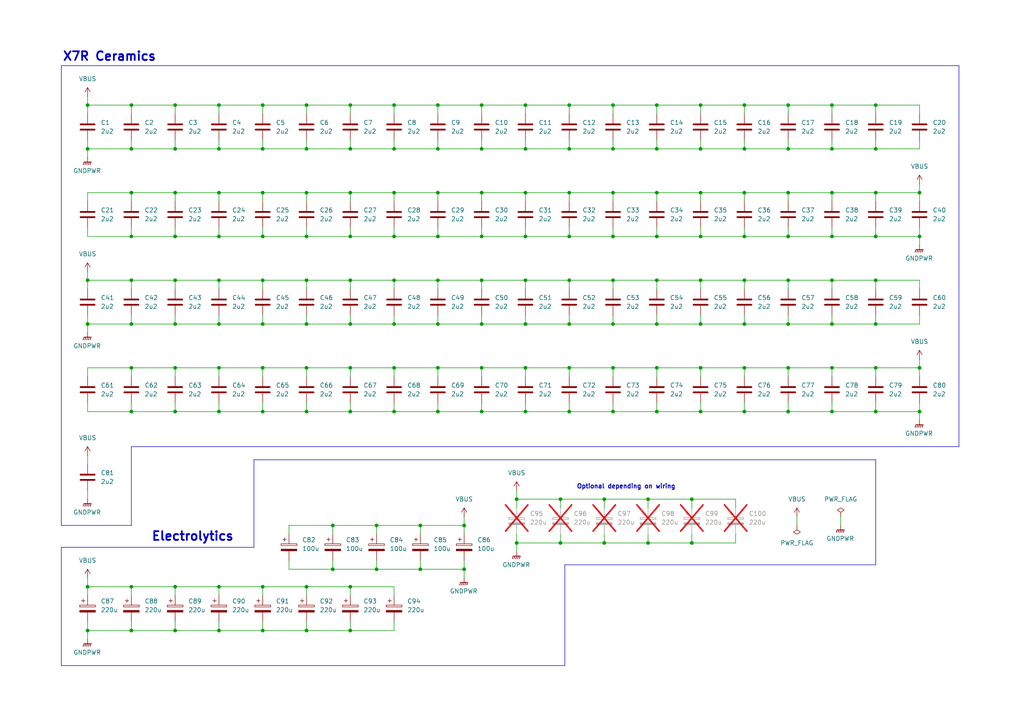
<source format=kicad_sch>
(kicad_sch (version 20250114) (generator "eeschema") (generator_version "9.0")
  (paper "A4")
  (text "X7R Ceramics" (at 31.75 16.51 0) (effects (font (size 2.54 2.54) (thickness 0.508) (bold yes))))
  (text "Optional depending on wiring" (at 181.61 141.224 0) (effects (font (size 1.27 1.27) (thickness 0.254) (bold yes))))
  (text "Electrolytics" (at 55.88 155.702 0) (effects (font (size 2.54 2.54) (thickness 0.508) (bold yes))))
  (junction (at 63.5 43.18))
  (junction (at 175.26 157.48))
  (junction (at 266.7 68.58))
  (junction (at 63.5 119.38))
  (junction (at 88.9 43.18))
  (junction (at 175.26 144.78))
  (junction (at 228.6 68.58))
  (junction (at 109.22 152.4))
  (junction (at 101.6 43.18))
  (junction (at 162.56 144.78))
  (junction (at 76.2 119.38))
  (junction (at 114.3 68.58))
  (junction (at 139.7 55.88))
  (junction (at 266.7 55.88))
  (junction (at 215.9 119.38))
  (junction (at 101.6 93.98))
  (junction (at 76.2 30.48))
  (junction (at 88.9 182.88))
  (junction (at 190.5 119.38))
  (junction (at 177.8 119.38))
  (junction (at 127 55.88))
  (junction (at 165.1 68.58))
  (junction (at 177.8 68.58))
  (junction (at 101.6 119.38))
  (junction (at 38.1 30.48))
  (junction (at 121.92 165.1))
  (junction (at 25.4 43.18))
  (junction (at 241.3 93.98))
  (junction (at 215.9 106.68))
  (junction (at 215.9 55.88))
  (junction (at 152.4 55.88))
  (junction (at 241.3 81.28))
  (junction (at 38.1 68.58))
  (junction (at 101.6 30.48))
  (junction (at 109.22 165.1))
  (junction (at 165.1 106.68))
  (junction (at 228.6 81.28))
  (junction (at 76.2 55.88))
  (junction (at 38.1 43.18))
  (junction (at 165.1 119.38))
  (junction (at 25.4 170.18))
  (junction (at 63.5 182.88))
  (junction (at 228.6 55.88))
  (junction (at 241.3 43.18))
  (junction (at 200.66 144.78))
  (junction (at 76.2 106.68))
  (junction (at 127 106.68))
  (junction (at 76.2 182.88))
  (junction (at 114.3 93.98))
  (junction (at 101.6 182.88))
  (junction (at 50.8 55.88))
  (junction (at 139.7 93.98))
  (junction (at 177.8 81.28))
  (junction (at 50.8 43.18))
  (junction (at 254 119.38))
  (junction (at 190.5 55.88))
  (junction (at 190.5 68.58))
  (junction (at 88.9 68.58))
  (junction (at 134.62 165.1))
  (junction (at 215.9 68.58))
  (junction (at 88.9 93.98))
  (junction (at 127 30.48))
  (junction (at 63.5 81.28))
  (junction (at 177.8 106.68))
  (junction (at 152.4 68.58))
  (junction (at 203.2 30.48))
  (junction (at 139.7 30.48))
  (junction (at 139.7 119.38))
  (junction (at 254 55.88))
  (junction (at 203.2 55.88))
  (junction (at 50.8 30.48))
  (junction (at 152.4 93.98))
  (junction (at 38.1 93.98))
  (junction (at 254 106.68))
  (junction (at 228.6 30.48))
  (junction (at 114.3 106.68))
  (junction (at 76.2 43.18))
  (junction (at 203.2 119.38))
  (junction (at 139.7 106.68))
  (junction (at 38.1 106.68))
  (junction (at 203.2 106.68))
  (junction (at 165.1 55.88))
  (junction (at 215.9 30.48))
  (junction (at 63.5 106.68))
  (junction (at 127 81.28))
  (junction (at 101.6 68.58))
  (junction (at 152.4 81.28))
  (junction (at 228.6 43.18))
  (junction (at 187.96 144.78))
  (junction (at 149.86 157.48))
  (junction (at 127 93.98))
  (junction (at 139.7 43.18))
  (junction (at 50.8 81.28))
  (junction (at 254 30.48))
  (junction (at 38.1 55.88))
  (junction (at 203.2 68.58))
  (junction (at 127 119.38))
  (junction (at 177.8 30.48))
  (junction (at 50.8 119.38))
  (junction (at 50.8 182.88))
  (junction (at 190.5 106.68))
  (junction (at 203.2 81.28))
  (junction (at 25.4 93.98))
  (junction (at 114.3 119.38))
  (junction (at 165.1 81.28))
  (junction (at 76.2 170.18))
  (junction (at 139.7 68.58))
  (junction (at 121.92 152.4))
  (junction (at 25.4 81.28))
  (junction (at 190.5 43.18))
  (junction (at 127 43.18))
  (junction (at 88.9 55.88))
  (junction (at 96.52 165.1))
  (junction (at 254 68.58))
  (junction (at 215.9 43.18))
  (junction (at 114.3 81.28))
  (junction (at 162.56 157.48))
  (junction (at 241.3 106.68))
  (junction (at 241.3 30.48))
  (junction (at 114.3 43.18))
  (junction (at 228.6 93.98))
  (junction (at 254 93.98))
  (junction (at 254 43.18))
  (junction (at 114.3 55.88))
  (junction (at 165.1 30.48))
  (junction (at 101.6 55.88))
  (junction (at 63.5 55.88))
  (junction (at 203.2 43.18))
  (junction (at 152.4 106.68))
  (junction (at 254 81.28))
  (junction (at 139.7 81.28))
  (junction (at 200.66 157.48))
  (junction (at 88.9 170.18))
  (junction (at 63.5 93.98))
  (junction (at 266.7 106.68))
  (junction (at 127 68.58))
  (junction (at 88.9 106.68))
  (junction (at 165.1 93.98))
  (junction (at 266.7 119.38))
  (junction (at 25.4 30.48))
  (junction (at 50.8 170.18))
  (junction (at 63.5 170.18))
  (junction (at 134.62 152.4))
  (junction (at 88.9 119.38))
  (junction (at 228.6 119.38))
  (junction (at 203.2 93.98))
  (junction (at 101.6 106.68))
  (junction (at 38.1 119.38))
  (junction (at 96.52 152.4))
  (junction (at 101.6 170.18))
  (junction (at 50.8 106.68))
  (junction (at 165.1 43.18))
  (junction (at 177.8 43.18))
  (junction (at 152.4 119.38))
  (junction (at 88.9 30.48))
  (junction (at 190.5 93.98))
  (junction (at 177.8 93.98))
  (junction (at 63.5 30.48))
  (junction (at 76.2 81.28))
  (junction (at 152.4 30.48))
  (junction (at 149.86 144.78))
  (junction (at 241.3 119.38))
  (junction (at 187.96 157.48))
  (junction (at 215.9 81.28))
  (junction (at 228.6 106.68))
  (junction (at 38.1 170.18))
  (junction (at 241.3 68.58))
  (junction (at 50.8 93.98))
  (junction (at 190.5 81.28))
  (junction (at 38.1 81.28))
  (junction (at 241.3 55.88))
  (junction (at 25.4 182.88))
  (junction (at 177.8 55.88))
  (junction (at 63.5 68.58))
  (junction (at 190.5 30.48))
  (junction (at 38.1 182.88))
  (junction (at 76.2 68.58))
  (junction (at 88.9 81.28))
  (junction (at 114.3 30.48))
  (junction (at 152.4 43.18))
  (junction (at 76.2 93.98))
  (junction (at 101.6 81.28))
  (junction (at 50.8 68.58))
  (junction (at 215.9 93.98))
  (wire (pts (xy 241.3 30.48) (xy 254 30.48)))
  (wire (pts (xy 114.3 81.28) (xy 114.3 83.82)))
  (wire (pts (xy 152.4 81.28) (xy 165.1 81.28)))
  (wire (pts (xy 152.4 43.18) (xy 152.4 40.64)))
  (wire (pts (xy 127 93.98) (xy 127 91.44)))
  (wire (pts (xy 177.8 81.28) (xy 190.5 81.28)))
  (wire (pts (xy 63.5 170.18) (xy 76.2 170.18)))
  (wire (pts (xy 50.8 106.68) (xy 63.5 106.68)))
  (wire (pts (xy 215.9 68.58) (xy 228.6 68.58)))
  (wire (pts (xy 254 106.68) (xy 241.3 106.68)))
  (wire (pts (xy 187.96 157.48) (xy 200.66 157.48)))
  (wire (pts (xy 114.3 43.18) (xy 114.3 40.64)))
  (wire (pts (xy 215.9 119.38) (xy 215.9 116.84)))
  (wire (pts (xy 50.8 68.58) (xy 63.5 68.58)))
  (wire (pts (xy 76.2 182.88) (xy 88.9 182.88)))
  (wire (pts (xy 266.7 55.88) (xy 266.7 58.42)))
  (wire (pts (xy 38.1 30.48) (xy 38.1 33.02)))
  (wire (pts (xy 101.6 106.68) (xy 101.6 109.22)))
  (wire (pts (xy 177.8 68.58) (xy 190.5 68.58)))
  (wire (pts (xy 177.8 119.38) (xy 177.8 116.84)))
  (wire (pts (xy 25.4 170.18) (xy 38.1 170.18)))
  (wire (pts (xy 127 43.18) (xy 139.7 43.18)))
  (wire (pts (xy 177.8 43.18) (xy 177.8 40.64)))
  (wire (pts (xy 83.82 165.1) (xy 96.52 165.1)))
  (wire (pts (xy 114.3 81.28) (xy 127 81.28)))
  (wire (pts (xy 139.7 66.04) (xy 139.7 68.58)))
  (wire (pts (xy 25.4 81.28) (xy 38.1 81.28)))
  (wire (pts (xy 203.2 106.68) (xy 203.2 109.22)))
  (polyline (pts (xy 17.78 158.75) (xy 17.78 165.1)))
  (wire (pts (xy 134.62 162.56) (xy 134.62 165.1)))
  (wire (pts (xy 76.2 81.28) (xy 88.9 81.28)))
  (wire (pts (xy 190.5 81.28) (xy 203.2 81.28)))
  (wire (pts (xy 190.5 68.58) (xy 190.5 66.04)))
  (wire (pts (xy 203.2 30.48) (xy 215.9 30.48)))
  (wire (pts (xy 50.8 182.88) (xy 50.8 180.34)))
  (wire (pts (xy 165.1 119.38) (xy 177.8 119.38)))
  (wire (pts (xy 114.3 43.18) (xy 127 43.18)))
  (wire (pts (xy 63.5 106.68) (xy 76.2 106.68)))
  (wire (pts (xy 88.9 116.84) (xy 88.9 119.38)))
  (wire (pts (xy 139.7 81.28) (xy 152.4 81.28)))
  (wire (pts (xy 121.92 165.1) (xy 109.22 165.1)))
  (wire (pts (xy 121.92 152.4) (xy 121.92 154.94)))
  (wire (pts (xy 50.8 91.44) (xy 50.8 93.98)))
  (polyline (pts (xy 38.1 152.4) (xy 38.1 129.54)))
  (wire (pts (xy 203.2 66.04) (xy 203.2 68.58)))
  (wire (pts (xy 63.5 119.38) (xy 76.2 119.38)))
  (wire (pts (xy 127 81.28) (xy 127 83.82)))
  (wire (pts (xy 152.4 106.68) (xy 152.4 109.22)))
  (wire (pts (xy 38.1 119.38) (xy 38.1 116.84)))
  (wire (pts (xy 109.22 152.4) (xy 109.22 154.94)))
  (wire (pts (xy 139.7 30.48) (xy 139.7 33.02)))
  (wire (pts (xy 152.4 30.48) (xy 165.1 30.48)))
  (wire (pts (xy 83.82 152.4) (xy 83.82 154.94)))
  (wire (pts (xy 127 119.38) (xy 127 116.84)))
  (wire (pts (xy 25.4 30.48) (xy 38.1 30.48)))
  (wire (pts (xy 254 106.68) (xy 254 109.22)))
  (wire (pts (xy 50.8 93.98) (xy 38.1 93.98)))
  (wire (pts (xy 200.66 157.48) (xy 213.36 157.48)))
  (wire (pts (xy 121.92 152.4) (xy 109.22 152.4)))
  (wire (pts (xy 109.22 152.4) (xy 96.52 152.4)))
  (wire (pts (xy 50.8 30.48) (xy 50.8 33.02)))
  (wire (pts (xy 215.9 55.88) (xy 215.9 58.42)))
  (wire (pts (xy 175.26 157.48) (xy 175.26 154.94)))
  (wire (pts (xy 203.2 43.18) (xy 215.9 43.18)))
  (wire (pts (xy 213.36 154.94) (xy 213.36 157.48)))
  (wire (pts (xy 190.5 68.58) (xy 203.2 68.58)))
  (wire (pts (xy 203.2 81.28) (xy 215.9 81.28)))
  (wire (pts (xy 266.7 30.48) (xy 266.7 33.02)))
  (wire (pts (xy 266.7 119.38) (xy 254 119.38)))
  (wire (pts (xy 63.5 68.58) (xy 63.5 66.04)))
  (wire (pts (xy 254 30.48) (xy 254 33.02)))
  (wire (pts (xy 88.9 106.68) (xy 101.6 106.68)))
  (wire (pts (xy 152.4 93.98) (xy 152.4 91.44)))
  (wire (pts (xy 114.3 30.48) (xy 114.3 33.02)))
  (wire (pts (xy 254 30.48) (xy 266.7 30.48)))
  (wire (pts (xy 88.9 81.28) (xy 88.9 83.82)))
  (wire (pts (xy 215.9 119.38) (xy 228.6 119.38)))
  (wire (pts (xy 165.1 55.88) (xy 177.8 55.88)))
  (polyline (pts (xy 73.66 158.75) (xy 17.78 158.75)))
  (wire (pts (xy 139.7 81.28) (xy 139.7 83.82)))
  (wire (pts (xy 266.7 106.68) (xy 254 106.68)))
  (wire (pts (xy 101.6 93.98) (xy 101.6 91.44)))
  (wire (pts (xy 215.9 106.68) (xy 215.9 109.22)))
  (polyline (pts (xy 17.78 19.05) (xy 278.13 19.05)))
  (wire (pts (xy 254 43.18) (xy 241.3 43.18)))
  (wire (pts (xy 177.8 30.48) (xy 190.5 30.48)))
  (wire (pts (xy 101.6 170.18) (xy 88.9 170.18)))
  (polyline (pts (xy 163.83 193.04) (xy 163.83 163.83)))
  (polyline (pts (xy 17.78 193.04) (xy 163.83 193.04)))
  (wire (pts (xy 50.8 116.84) (xy 50.8 119.38)))
  (wire (pts (xy 50.8 43.18) (xy 38.1 43.18)))
  (wire (pts (xy 101.6 81.28) (xy 114.3 81.28)))
  (wire (pts (xy 25.4 55.88) (xy 25.4 58.42)))
  (wire (pts (xy 127 106.68) (xy 127 109.22)))
  (wire (pts (xy 200.66 144.78) (xy 213.36 144.78)))
  (wire (pts (xy 96.52 162.56) (xy 96.52 165.1)))
  (wire (pts (xy 254 68.58) (xy 241.3 68.58)))
  (wire (pts (xy 88.9 91.44) (xy 88.9 93.98)))
  (wire (pts (xy 38.1 68.58) (xy 38.1 66.04)))
  (wire (pts (xy 76.2 170.18) (xy 76.2 172.72)))
  (wire (pts (xy 88.9 106.68) (xy 88.9 109.22)))
  (wire (pts (xy 63.5 119.38) (xy 63.5 116.84)))
  (wire (pts (xy 177.8 68.58) (xy 177.8 66.04)))
  (wire (pts (xy 228.6 106.68) (xy 228.6 109.22)))
  (wire (pts (xy 190.5 81.28) (xy 190.5 83.82)))
  (polyline (pts (xy 17.78 165.1) (xy 17.78 193.04)))
  (wire (pts (xy 88.9 43.18) (xy 101.6 43.18)))
  (wire (pts (xy 101.6 68.58) (xy 114.3 68.58)))
  (wire (pts (xy 200.66 144.78) (xy 200.66 147.32)))
  (wire (pts (xy 101.6 119.38) (xy 101.6 116.84)))
  (wire (pts (xy 165.1 81.28) (xy 177.8 81.28)))
  (wire (pts (xy 63.5 93.98) (xy 76.2 93.98)))
  (wire (pts (xy 165.1 43.18) (xy 177.8 43.18)))
  (wire (pts (xy 203.2 116.84) (xy 203.2 119.38)))
  (wire (pts (xy 187.96 147.32) (xy 187.96 144.78)))
  (wire (pts (xy 88.9 30.48) (xy 101.6 30.48)))
  (wire (pts (xy 254 40.64) (xy 254 43.18)))
  (wire (pts (xy 25.4 182.88) (xy 38.1 182.88)))
  (wire (pts (xy 25.4 40.64) (xy 25.4 43.18)))
  (wire (pts (xy 213.36 144.78) (xy 213.36 147.32)))
  (wire (pts (xy 76.2 55.88) (xy 76.2 58.42)))
  (wire (pts (xy 266.7 104.14) (xy 266.7 106.68)))
  (wire (pts (xy 215.9 43.18) (xy 215.9 40.64)))
  (wire (pts (xy 203.2 106.68) (xy 215.9 106.68)))
  (wire (pts (xy 127 119.38) (xy 139.7 119.38)))
  (wire (pts (xy 88.9 93.98) (xy 101.6 93.98)))
  (wire (pts (xy 63.5 106.68) (xy 63.5 109.22)))
  (wire (pts (xy 121.92 152.4) (xy 134.62 152.4)))
  (wire (pts (xy 76.2 68.58) (xy 76.2 66.04)))
  (wire (pts (xy 114.3 119.38) (xy 127 119.38)))
  (wire (pts (xy 50.8 119.38) (xy 63.5 119.38)))
  (wire (pts (xy 139.7 30.48) (xy 152.4 30.48)))
  (wire (pts (xy 134.62 165.1) (xy 134.62 167.64)))
  (wire (pts (xy 215.9 93.98) (xy 228.6 93.98)))
  (wire (pts (xy 152.4 119.38) (xy 152.4 116.84)))
  (wire (pts (xy 165.1 55.88) (xy 165.1 58.42)))
  (wire (pts (xy 139.7 55.88) (xy 139.7 58.42)))
  (wire (pts (xy 25.4 170.18) (xy 25.4 172.72)))
  (wire (pts (xy 203.2 119.38) (xy 215.9 119.38)))
  (wire (pts (xy 228.6 68.58) (xy 228.6 66.04)))
  (wire (pts (xy 50.8 93.98) (xy 63.5 93.98)))
  (wire (pts (xy 190.5 119.38) (xy 203.2 119.38)))
  (wire (pts (xy 50.8 66.04) (xy 50.8 68.58)))
  (wire (pts (xy 25.4 30.48) (xy 25.4 33.02)))
  (wire (pts (xy 88.9 180.34) (xy 88.9 182.88)))
  (wire (pts (xy 177.8 55.88) (xy 177.8 58.42)))
  (wire (pts (xy 38.1 81.28) (xy 38.1 83.82)))
  (wire (pts (xy 139.7 116.84) (xy 139.7 119.38)))
  (wire (pts (xy 88.9 68.58) (xy 101.6 68.58)))
  (wire (pts (xy 101.6 93.98) (xy 114.3 93.98)))
  (wire (pts (xy 38.1 180.34) (xy 38.1 182.88)))
  (wire (pts (xy 121.92 162.56) (xy 121.92 165.1)))
  (wire (pts (xy 254 55.88) (xy 241.3 55.88)))
  (wire (pts (xy 266.7 68.58) (xy 254 68.58)))
  (wire (pts (xy 254 66.04) (xy 254 68.58)))
  (wire (pts (xy 215.9 93.98) (xy 215.9 91.44)))
  (wire (pts (xy 228.6 81.28) (xy 241.3 81.28)))
  (wire (pts (xy 101.6 43.18) (xy 101.6 40.64)))
  (wire (pts (xy 134.62 149.86) (xy 134.62 152.4)))
  (wire (pts (xy 96.52 165.1) (xy 109.22 165.1)))
  (wire (pts (xy 243.84 149.86) (xy 243.84 152.4)))
  (wire (pts (xy 50.8 43.18) (xy 63.5 43.18)))
  (wire (pts (xy 50.8 55.88) (xy 50.8 58.42)))
  (wire (pts (xy 175.26 157.48) (xy 187.96 157.48)))
  (wire (pts (xy 149.86 144.78) (xy 149.86 147.32)))
  (wire (pts (xy 134.62 152.4) (xy 134.62 154.94)))
  (wire (pts (xy 266.7 40.64) (xy 266.7 43.18)))
  (wire (pts (xy 152.4 81.28) (xy 152.4 83.82)))
  (wire (pts (xy 25.4 106.68) (xy 25.4 109.22)))
  (wire (pts (xy 254 55.88) (xy 254 58.42)))
  (wire (pts (xy 203.2 68.58) (xy 215.9 68.58)))
  (polyline (pts (xy 254 133.35) (xy 73.66 133.35)))
  (polyline (pts (xy 73.66 133.35) (xy 73.66 158.75)))
  (wire (pts (xy 228.6 30.48) (xy 241.3 30.48)))
  (wire (pts (xy 139.7 91.44) (xy 139.7 93.98)))
  (wire (pts (xy 165.1 106.68) (xy 177.8 106.68)))
  (wire (pts (xy 165.1 81.28) (xy 165.1 83.82)))
  (wire (pts (xy 88.9 55.88) (xy 101.6 55.88)))
  (wire (pts (xy 101.6 30.48) (xy 101.6 33.02)))
  (wire (pts (xy 127 93.98) (xy 139.7 93.98)))
  (wire (pts (xy 190.5 30.48) (xy 203.2 30.48)))
  (wire (pts (xy 76.2 55.88) (xy 88.9 55.88)))
  (wire (pts (xy 177.8 43.18) (xy 190.5 43.18)))
  (wire (pts (xy 215.9 55.88) (xy 228.6 55.88)))
  (wire (pts (xy 177.8 30.48) (xy 177.8 33.02)))
  (wire (pts (xy 114.3 68.58) (xy 114.3 66.04)))
  (wire (pts (xy 228.6 106.68) (xy 241.3 106.68)))
  (wire (pts (xy 241.3 81.28) (xy 241.3 83.82)))
  (wire (pts (xy 190.5 93.98) (xy 190.5 91.44)))
  (wire (pts (xy 228.6 93.98) (xy 228.6 91.44)))
  (wire (pts (xy 177.8 93.98) (xy 177.8 91.44)))
  (wire (pts (xy 114.3 68.58) (xy 127 68.58)))
  (wire (pts (xy 228.6 55.88) (xy 228.6 58.42)))
  (wire (pts (xy 152.4 30.48) (xy 152.4 33.02)))
  (wire (pts (xy 187.96 144.78) (xy 175.26 144.78)))
  (wire (pts (xy 165.1 93.98) (xy 177.8 93.98)))
  (wire (pts (xy 127 68.58) (xy 139.7 68.58)))
  (wire (pts (xy 114.3 119.38) (xy 114.3 116.84)))
  (wire (pts (xy 63.5 43.18) (xy 76.2 43.18)))
  (wire (pts (xy 76.2 93.98) (xy 76.2 91.44)))
  (wire (pts (xy 63.5 55.88) (xy 76.2 55.88)))
  (wire (pts (xy 254 119.38) (xy 241.3 119.38)))
  (wire (pts (xy 165.1 40.64) (xy 165.1 43.18)))
  (wire (pts (xy 190.5 119.38) (xy 190.5 116.84)))
  (wire (pts (xy 177.8 93.98) (xy 190.5 93.98)))
  (wire (pts (xy 139.7 43.18) (xy 152.4 43.18)))
  (wire (pts (xy 241.3 30.48) (xy 241.3 33.02)))
  (wire (pts (xy 215.9 43.18) (xy 228.6 43.18)))
  (wire (pts (xy 177.8 81.28) (xy 177.8 83.82)))
  (wire (pts (xy 165.1 91.44) (xy 165.1 93.98)))
  (wire (pts (xy 228.6 119.38) (xy 228.6 116.84)))
  (wire (pts (xy 50.8 81.28) (xy 50.8 83.82)))
  (wire (pts (xy 114.3 55.88) (xy 127 55.88)))
  (wire (pts (xy 88.9 66.04) (xy 88.9 68.58)))
  (wire (pts (xy 101.6 68.58) (xy 101.6 66.04)))
  (wire (pts (xy 50.8 40.64) (xy 50.8 43.18)))
  (wire (pts (xy 38.1 106.68) (xy 38.1 109.22)))
  (wire (pts (xy 25.4 132.08) (xy 25.4 134.62)))
  (wire (pts (xy 190.5 93.98) (xy 203.2 93.98)))
  (wire (pts (xy 25.4 116.84) (xy 25.4 119.38)))
  (polyline (pts (xy 17.78 19.05) (xy 17.78 152.4)))
  (polyline (pts (xy 278.13 129.54) (xy 278.13 19.05)))
  (wire (pts (xy 266.7 119.38) (xy 266.7 121.92)))
  (wire (pts (xy 25.4 68.58) (xy 38.1 68.58)))
  (wire (pts (xy 101.6 55.88) (xy 114.3 55.88)))
  (wire (pts (xy 190.5 43.18) (xy 203.2 43.18)))
  (wire (pts (xy 63.5 55.88) (xy 63.5 58.42)))
  (wire (pts (xy 254 81.28) (xy 266.7 81.28)))
  (wire (pts (xy 101.6 182.88) (xy 101.6 180.34)))
  (wire (pts (xy 101.6 55.88) (xy 101.6 58.42)))
  (wire (pts (xy 101.6 43.18) (xy 114.3 43.18)))
  (wire (pts (xy 215.9 68.58) (xy 215.9 66.04)))
  (wire (pts (xy 50.8 106.68) (xy 50.8 109.22)))
  (wire (pts (xy 88.9 40.64) (xy 88.9 43.18)))
  (wire (pts (xy 241.3 93.98) (xy 241.3 91.44)))
  (wire (pts (xy 50.8 81.28) (xy 63.5 81.28)))
  (wire (pts (xy 177.8 55.88) (xy 190.5 55.88)))
  (wire (pts (xy 165.1 66.04) (xy 165.1 68.58)))
  (wire (pts (xy 165.1 30.48) (xy 165.1 33.02)))
  (wire (pts (xy 38.1 93.98) (xy 38.1 91.44)))
  (wire (pts (xy 127 55.88) (xy 127 58.42)))
  (wire (pts (xy 88.9 182.88) (xy 101.6 182.88)))
  (wire (pts (xy 152.4 55.88) (xy 152.4 58.42)))
  (wire (pts (xy 177.8 106.68) (xy 177.8 109.22)))
  (wire (pts (xy 241.3 119.38) (xy 241.3 116.84)))
  (wire (pts (xy 50.8 68.58) (xy 38.1 68.58)))
  (wire (pts (xy 76.2 43.18) (xy 88.9 43.18)))
  (wire (pts (xy 228.6 81.28) (xy 228.6 83.82)))
  (wire (pts (xy 203.2 55.88) (xy 203.2 58.42)))
  (wire (pts (xy 149.86 142.24) (xy 149.86 144.78)))
  (wire (pts (xy 266.7 91.44) (xy 266.7 93.98)))
  (wire (pts (xy 203.2 81.28) (xy 203.2 83.82)))
  (wire (pts (xy 88.9 119.38) (xy 101.6 119.38)))
  (wire (pts (xy 25.4 182.88) (xy 25.4 185.42)))
  (wire (pts (xy 127 68.58) (xy 127 66.04)))
  (wire (pts (xy 127 106.68) (xy 139.7 106.68)))
  (wire (pts (xy 88.9 30.48) (xy 88.9 33.02)))
  (polyline (pts (xy 163.83 163.83) (xy 254 163.83)))
  (wire (pts (xy 228.6 119.38) (xy 241.3 119.38)))
  (wire (pts (xy 266.7 43.18) (xy 254 43.18)))
  (wire (pts (xy 76.2 43.18) (xy 76.2 40.64)))
  (wire (pts (xy 38.1 55.88) (xy 50.8 55.88)))
  (wire (pts (xy 88.9 81.28) (xy 101.6 81.28)))
  (wire (pts (xy 139.7 93.98) (xy 152.4 93.98)))
  (wire (pts (xy 76.2 93.98) (xy 88.9 93.98)))
  (wire (pts (xy 63.5 81.28) (xy 76.2 81.28)))
  (wire (pts (xy 165.1 106.68) (xy 165.1 109.22)))
  (wire (pts (xy 266.7 53.34) (xy 266.7 55.88)))
  (polyline (pts (xy 17.78 152.4) (xy 38.1 152.4)))
  (wire (pts (xy 187.96 144.78) (xy 200.66 144.78)))
  (wire (pts (xy 63.5 170.18) (xy 50.8 170.18)))
  (wire (pts (xy 203.2 93.98) (xy 215.9 93.98)))
  (wire (pts (xy 114.3 172.72) (xy 114.3 170.18)))
  (wire (pts (xy 215.9 81.28) (xy 215.9 83.82)))
  (wire (pts (xy 76.2 170.18) (xy 88.9 170.18)))
  (wire (pts (xy 152.4 55.88) (xy 165.1 55.88)))
  (wire (pts (xy 101.6 119.38) (xy 114.3 119.38)))
  (wire (pts (xy 203.2 91.44) (xy 203.2 93.98)))
  (wire (pts (xy 266.7 68.58) (xy 266.7 71.12)))
  (wire (pts (xy 76.2 30.48) (xy 88.9 30.48)))
  (wire (pts (xy 139.7 106.68) (xy 139.7 109.22)))
  (wire (pts (xy 190.5 30.48) (xy 190.5 33.02)))
  (wire (pts (xy 149.86 157.48) (xy 162.56 157.48)))
  (wire (pts (xy 139.7 106.68) (xy 152.4 106.68)))
  (wire (pts (xy 25.4 78.74) (xy 25.4 81.28)))
  (wire (pts (xy 83.82 152.4) (xy 96.52 152.4)))
  (wire (pts (xy 127 30.48) (xy 127 33.02)))
  (wire (pts (xy 114.3 93.98) (xy 114.3 91.44)))
  (wire (pts (xy 139.7 55.88) (xy 152.4 55.88)))
  (wire (pts (xy 83.82 162.56) (xy 83.82 165.1)))
  (wire (pts (xy 177.8 106.68) (xy 190.5 106.68)))
  (wire (pts (xy 25.4 43.18) (xy 25.4 45.72)))
  (wire (pts (xy 241.3 68.58) (xy 241.3 66.04)))
  (wire (pts (xy 63.5 172.72) (xy 63.5 170.18)))
  (wire (pts (xy 25.4 167.64) (xy 25.4 170.18)))
  (wire (pts (xy 114.3 106.68) (xy 114.3 109.22)))
  (wire (pts (xy 38.1 43.18) (xy 38.1 40.64)))
  (wire (pts (xy 165.1 68.58) (xy 177.8 68.58)))
  (wire (pts (xy 25.4 27.94) (xy 25.4 30.48)))
  (wire (pts (xy 76.2 30.48) (xy 76.2 33.02)))
  (wire (pts (xy 165.1 93.98) (xy 152.4 93.98)))
  (wire (pts (xy 139.7 68.58) (xy 152.4 68.58)))
  (wire (pts (xy 200.66 154.94) (xy 200.66 157.48)))
  (wire (pts (xy 101.6 106.68) (xy 114.3 106.68)))
  (wire (pts (xy 63.5 81.28) (xy 63.5 83.82)))
  (wire (pts (xy 165.1 30.48) (xy 177.8 30.48)))
  (wire (pts (xy 25.4 81.28) (xy 25.4 83.82)))
  (wire (pts (xy 127 30.48) (xy 139.7 30.48)))
  (polyline (pts (xy 38.1 129.54) (xy 278.13 129.54)))
  (wire (pts (xy 25.4 66.04) (xy 25.4 68.58)))
  (wire (pts (xy 25.4 91.44) (xy 25.4 93.98)))
  (wire (pts (xy 76.2 180.34) (xy 76.2 182.88)))
  (wire (pts (xy 25.4 93.98) (xy 38.1 93.98)))
  (wire (pts (xy 203.2 30.48) (xy 203.2 33.02)))
  (wire (pts (xy 215.9 30.48) (xy 228.6 30.48)))
  (wire (pts (xy 254 81.28) (xy 254 83.82)))
  (wire (pts (xy 175.26 144.78) (xy 175.26 147.32)))
  (wire (pts (xy 114.3 182.88) (xy 114.3 180.34)))
  (wire (pts (xy 63.5 68.58) (xy 76.2 68.58)))
  (wire (pts (xy 101.6 170.18) (xy 101.6 172.72)))
  (wire (pts (xy 175.26 144.78) (xy 162.56 144.78)))
  (wire (pts (xy 228.6 93.98) (xy 241.3 93.98)))
  (wire (pts (xy 228.6 68.58) (xy 241.3 68.58)))
  (wire (pts (xy 38.1 81.28) (xy 50.8 81.28)))
  (wire (pts (xy 165.1 43.18) (xy 152.4 43.18)))
  (wire (pts (xy 50.8 30.48) (xy 63.5 30.48)))
  (wire (pts (xy 190.5 106.68) (xy 203.2 106.68)))
  (wire (pts (xy 152.4 106.68) (xy 165.1 106.68)))
  (wire (pts (xy 76.2 106.68) (xy 76.2 109.22)))
  (wire (pts (xy 25.4 119.38) (xy 38.1 119.38)))
  (wire (pts (xy 139.7 40.64) (xy 139.7 43.18)))
  (wire (pts (xy 38.1 106.68) (xy 50.8 106.68)))
  (wire (pts (xy 127 55.88) (xy 139.7 55.88)))
  (wire (pts (xy 38.1 170.18) (xy 38.1 172.72)))
  (wire (pts (xy 114.3 106.68) (xy 127 106.68)))
  (wire (pts (xy 266.7 116.84) (xy 266.7 119.38)))
  (wire (pts (xy 215.9 81.28) (xy 228.6 81.28)))
  (wire (pts (xy 266.7 93.98) (xy 254 93.98)))
  (wire (pts (xy 76.2 68.58) (xy 88.9 68.58)))
  (wire (pts (xy 241.3 106.68) (xy 241.3 109.22)))
  (wire (pts (xy 63.5 30.48) (xy 63.5 33.02)))
  (wire (pts (xy 114.3 170.18) (xy 101.6 170.18)))
  (wire (pts (xy 101.6 182.88) (xy 114.3 182.88)))
  (wire (pts (xy 25.4 180.34) (xy 25.4 182.88)))
  (wire (pts (xy 266.7 106.68) (xy 266.7 109.22)))
  (wire (pts (xy 165.1 68.58) (xy 152.4 68.58)))
  (wire (pts (xy 50.8 170.18) (xy 50.8 172.72)))
  (wire (pts (xy 127 43.18) (xy 127 40.64)))
  (wire (pts (xy 88.9 170.18) (xy 88.9 172.72)))
  (wire (pts (xy 50.8 170.18) (xy 38.1 170.18)))
  (wire (pts (xy 114.3 55.88) (xy 114.3 58.42)))
  (wire (pts (xy 63.5 93.98) (xy 63.5 91.44)))
  (wire (pts (xy 152.4 68.58) (xy 152.4 66.04)))
  (wire (pts (xy 215.9 106.68) (xy 228.6 106.68)))
  (wire (pts (xy 149.86 144.78) (xy 162.56 144.78)))
  (wire (pts (xy 25.4 55.88) (xy 38.1 55.88)))
  (wire (pts (xy 162.56 144.78) (xy 162.56 147.32)))
  (wire (pts (xy 266.7 81.28) (xy 266.7 83.82)))
  (wire (pts (xy 187.96 157.48) (xy 187.96 154.94)))
  (wire (pts (xy 25.4 106.68) (xy 38.1 106.68)))
  (wire (pts (xy 162.56 157.48) (xy 175.26 157.48)))
  (wire (pts (xy 63.5 43.18) (xy 63.5 40.64)))
  (wire (pts (xy 165.1 116.84) (xy 165.1 119.38)))
  (wire (pts (xy 63.5 182.88) (xy 63.5 180.34)))
  (wire (pts (xy 63.5 182.88) (xy 76.2 182.88)))
  (wire (pts (xy 25.4 93.98) (xy 25.4 96.52)))
  (wire (pts (xy 109.22 162.56) (xy 109.22 165.1)))
  (wire (pts (xy 228.6 30.48) (xy 228.6 33.02)))
  (wire (pts (xy 63.5 30.48) (xy 76.2 30.48)))
  (wire (pts (xy 149.86 157.48) (xy 149.86 160.02)))
  (wire (pts (xy 266.7 55.88) (xy 254 55.88)))
  (wire (pts (xy 228.6 43.18) (xy 241.3 43.18)))
  (wire (pts (xy 228.6 43.18) (xy 228.6 40.64)))
  (wire (pts (xy 266.7 66.04) (xy 266.7 68.58)))
  (polyline (pts (xy 254 163.83) (xy 254 133.35)))
  (wire (pts (xy 190.5 43.18) (xy 190.5 40.64)))
  (wire (pts (xy 177.8 119.38) (xy 190.5 119.38)))
  (wire (pts (xy 76.2 81.28) (xy 76.2 83.82)))
  (wire (pts (xy 190.5 55.88) (xy 203.2 55.88)))
  (wire (pts (xy 76.2 119.38) (xy 76.2 116.84)))
  (wire (pts (xy 139.7 119.38) (xy 152.4 119.38)))
  (wire (pts (xy 241.3 55.88) (xy 241.3 58.42)))
  (wire (pts (xy 254 93.98) (xy 241.3 93.98)))
  (wire (pts (xy 203.2 55.88) (xy 215.9 55.88)))
  (wire (pts (xy 88.9 55.88) (xy 88.9 58.42)))
  (wire (pts (xy 190.5 106.68) (xy 190.5 109.22)))
  (wire (pts (xy 190.5 55.88) (xy 190.5 58.42)))
  (wire (pts (xy 203.2 40.64) (xy 203.2 43.18)))
  (wire (pts (xy 241.3 81.28) (xy 254 81.28)))
  (wire (pts (xy 50.8 119.38) (xy 38.1 119.38)))
  (wire (pts (xy 254 91.44) (xy 254 93.98)))
  (wire (pts (xy 165.1 119.38) (xy 152.4 119.38)))
  (wire (pts (xy 38.1 30.48) (xy 50.8 30.48)))
  (wire (pts (xy 101.6 81.28) (xy 101.6 83.82)))
  (wire (pts (xy 149.86 154.94) (xy 149.86 157.48)))
  (wire (pts (xy 114.3 93.98) (xy 127 93.98)))
  (wire (pts (xy 50.8 182.88) (xy 63.5 182.88)))
  (wire (pts (xy 114.3 30.48) (xy 127 30.48)))
  (wire (pts (xy 241.3 43.18) (xy 241.3 40.64)))
  (wire (pts (xy 76.2 119.38) (xy 88.9 119.38)))
  (wire (pts (xy 254 116.84) (xy 254 119.38)))
  (wire (pts (xy 25.4 142.24) (xy 25.4 144.78)))
  (wire (pts (xy 38.1 55.88) (xy 38.1 58.42)))
  (wire (pts (xy 101.6 30.48) (xy 114.3 30.48)))
  (wire (pts (xy 162.56 154.94) (xy 162.56 157.48)))
  (wire (pts (xy 215.9 30.48) (xy 215.9 33.02)))
  (wire (pts (xy 25.4 43.18) (xy 38.1 43.18)))
  (wire (pts (xy 96.52 152.4) (xy 96.52 154.94)))
  (wire (pts (xy 121.92 165.1) (xy 134.62 165.1)))
  (wire (pts (xy 127 81.28) (xy 139.7 81.28)))
  (wire (pts (xy 50.8 55.88) (xy 63.5 55.88)))
  (wire (pts (xy 231.14 149.86) (xy 231.14 152.4)))
  (wire (pts (xy 38.1 182.88) (xy 50.8 182.88)))
  (wire (pts (xy 228.6 55.88) (xy 241.3 55.88)))
  (wire (pts (xy 76.2 106.68) (xy 88.9 106.68)))
  (symbol (lib_id "Device:C") (at 63.5 36.83 0) (unit 1)
    (property "Reference" "C4" (at 67.31 35.5599 0) (effects (justify left)))
    (property "Value" "2u2" (at 67.31 38.0999 0) (effects (justify left)))
    (property "Footprint" "Capacitor_SMD:C_1206_3216Metric" (effects (hide yes)))
    (property "Description" "Unpolarized capacitor" (effects (hide yes)))
    (property "LCSC" "C920964" (effects (hide yes)))
  )
  (symbol (lib_id "power:VBUS") (at 266.7 53.34 0) (unit 1)
    (property "Reference" "#PWR03" (effects (hide yes)))
    (property "Value" "VBUS" (at 266.7 48.26 0))
    (property "Description" "Power symbol creates a global label with name \"VBUS\"" (effects (hide yes)))
  )
  (symbol (lib_id "Device:C_Polarized") (at 83.82 158.75 0) (unit 1)
    (property "Reference" "C82" (at 87.63 156.5909 0) (effects (justify left)))
    (property "Value" "100u" (at 87.63 159.1309 0) (effects (justify left)))
    (property "Footprint" "Capacitor_THT:C_Radial_D10.0mm_H20.0mm_P5.00mm" (effects (hide yes)))
    (property "Description" "Polarized capacitor" (effects (hide yes)))
    (property "LCSC" "C106541" (effects (hide yes)))
  )
  (symbol (lib_id "Device:C_Polarized") (at 134.62 158.75 0) (unit 1)
    (property "Reference" "C86" (at 138.43 156.5909 0) (effects (justify left)))
    (property "Value" "100u" (at 138.43 159.1309 0) (effects (justify left)))
    (property "Footprint" "Capacitor_THT:C_Radial_D10.0mm_H20.0mm_P5.00mm" (effects (hide yes)))
    (property "Description" "Polarized capacitor" (effects (hide yes)))
    (property "LCSC" "C106541" (effects (hide yes)))
  )
  (symbol (lib_id "Device:C_Polarized") (at 121.92 158.75 0) (unit 1)
    (property "Reference" "C85" (at 125.73 156.5909 0) (effects (justify left)))
    (property "Value" "100u" (at 125.73 159.1309 0) (effects (justify left)))
    (property "Footprint" "Capacitor_THT:C_Radial_D10.0mm_H20.0mm_P5.00mm" (effects (hide yes)))
    (property "Description" "Polarized capacitor" (effects (hide yes)))
    (property "LCSC" "C106541" (effects (hide yes)))
  )
  (symbol (lib_id "Device:C") (at 203.2 36.83 0) (unit 1)
    (property "Reference" "C15" (at 207.01 35.5599 0) (effects (justify left)))
    (property "Value" "2u2" (at 207.01 38.0999 0) (effects (justify left)))
    (property "Footprint" "Capacitor_SMD:C_1206_3216Metric" (effects (hide yes)))
    (property "Description" "Unpolarized capacitor" (effects (hide yes)))
    (property "LCSC" "C920964" (effects (hide yes)))
  )
  (symbol (lib_id "Device:C_Polarized") (at 213.36 151.13 0) (unit 1) (dnp yes)
    (property "Reference" "C100" (at 217.17 148.9709 0) (effects (justify left)))
    (property "Value" "220u" (at 217.17 151.5109 0) (effects (justify left)))
    (property "Footprint" "Capacitor_THT:C_Radial_D12.5mm_H20.0mm_P5.00mm" (effects (hide yes)))
    (property "Description" "Polarized capacitor" (effects (hide yes)))
    (property "LCSC" "C5213780" (effects (hide yes)))
  )
  (symbol (lib_id "Device:C_Polarized") (at 114.3 176.53 0) (unit 1)
    (property "Reference" "C94" (at 118.11 174.3709 0) (effects (justify left)))
    (property "Value" "220u" (at 118.11 176.9109 0) (effects (justify left)))
    (property "Footprint" "Capacitor_THT:C_Radial_D12.5mm_H20.0mm_P5.00mm" (effects (hide yes)))
    (property "Description" "Polarized capacitor" (effects (hide yes)))
    (property "LCSC" "C5213780" (effects (hide yes)))
  )
  (symbol (lib_id "Device:C") (at 266.7 62.23 0) (unit 1)
    (property "Reference" "C40" (at 270.51 60.9599 0) (effects (justify left)))
    (property "Value" "2u2" (at 270.51 63.4999 0) (effects (justify left)))
    (property "Footprint" "Capacitor_SMD:C_1206_3216Metric" (effects (hide yes)))
    (property "Description" "Unpolarized capacitor" (effects (hide yes)))
    (property "LCSC" "C920964" (effects (hide yes)))
  )
  (symbol (lib_id "Device:C_Polarized") (at 88.9 176.53 0) (unit 1)
    (property "Reference" "C92" (at 92.71 174.3709 0) (effects (justify left)))
    (property "Value" "220u" (at 92.71 176.9109 0) (effects (justify left)))
    (property "Footprint" "Capacitor_THT:C_Radial_D12.5mm_H20.0mm_P5.00mm" (effects (hide yes)))
    (property "Description" "Polarized capacitor" (effects (hide yes)))
    (property "LCSC" "C5213780" (effects (hide yes)))
  )
  (symbol (lib_id "Device:C") (at 203.2 62.23 0) (unit 1)
    (property "Reference" "C35" (at 207.01 60.9599 0) (effects (justify left)))
    (property "Value" "2u2" (at 207.01 63.4999 0) (effects (justify left)))
    (property "Footprint" "Capacitor_SMD:C_1206_3216Metric" (effects (hide yes)))
    (property "Description" "Unpolarized capacitor" (effects (hide yes)))
    (property "LCSC" "C920964" (effects (hide yes)))
  )
  (symbol (lib_id "power:GNDPWR") (at 25.4 45.72 0) (unit 1)
    (property "Reference" "#PWR02" (effects (hide yes)))
    (property "Value" "GNDPWR" (at 25.273 49.53 0))
    (property "Description" "Power symbol creates a global label with name \"GNDPWR\" , global ground" (effects (hide yes)))
  )
  (symbol (lib_id "Device:C") (at 152.4 62.23 0) (unit 1)
    (property "Reference" "C31" (at 156.21 60.9599 0) (effects (justify left)))
    (property "Value" "2u2" (at 156.21 63.4999 0) (effects (justify left)))
    (property "Footprint" "Capacitor_SMD:C_1206_3216Metric" (effects (hide yes)))
    (property "Description" "Unpolarized capacitor" (effects (hide yes)))
    (property "LCSC" "C920964" (effects (hide yes)))
  )
  (symbol (lib_id "power:GNDPWR") (at 266.7 71.12 0) (unit 1)
    (property "Reference" "#PWR04" (effects (hide yes)))
    (property "Value" "GNDPWR" (at 266.573 74.93 0))
    (property "Description" "Power symbol creates a global label with name \"GNDPWR\" , global ground" (effects (hide yes)))
  )
  (symbol (lib_id "Device:C") (at 139.7 87.63 0) (unit 1)
    (property "Reference" "C50" (at 143.51 86.3599 0) (effects (justify left)))
    (property "Value" "2u2" (at 143.51 88.8999 0) (effects (justify left)))
    (property "Footprint" "Capacitor_SMD:C_1206_3216Metric" (effects (hide yes)))
    (property "Description" "Unpolarized capacitor" (effects (hide yes)))
    (property "LCSC" "C920964" (effects (hide yes)))
  )
  (symbol (lib_id "Device:C_Polarized") (at 25.4 176.53 0) (unit 1)
    (property "Reference" "C87" (at 29.21 174.3709 0) (effects (justify left)))
    (property "Value" "220u" (at 29.21 176.9109 0) (effects (justify left)))
    (property "Footprint" "Capacitor_THT:C_Radial_D12.5mm_H20.0mm_P5.00mm" (effects (hide yes)))
    (property "Description" "Polarized capacitor" (effects (hide yes)))
    (property "LCSC" "C5213780" (effects (hide yes)))
  )
  (symbol (lib_id "Device:C") (at 139.7 36.83 0) (unit 1)
    (property "Reference" "C10" (at 143.51 35.5599 0) (effects (justify left)))
    (property "Value" "2u2" (at 143.51 38.0999 0) (effects (justify left)))
    (property "Footprint" "Capacitor_SMD:C_1206_3216Metric" (effects (hide yes)))
    (property "Description" "Unpolarized capacitor" (effects (hide yes)))
    (property "LCSC" "C920964" (effects (hide yes)))
  )
  (symbol (lib_id "Device:C") (at 177.8 113.03 0) (unit 1)
    (property "Reference" "C73" (at 181.61 111.7599 0) (effects (justify left)))
    (property "Value" "2u2" (at 181.61 114.2999 0) (effects (justify left)))
    (property "Footprint" "Capacitor_SMD:C_1206_3216Metric" (effects (hide yes)))
    (property "Description" "Unpolarized capacitor" (effects (hide yes)))
    (property "LCSC" "C920964" (effects (hide yes)))
  )
  (symbol (lib_id "power:GNDPWR") (at 149.86 160.02 0) (unit 1)
    (property "Reference" "#PWR017" (effects (hide yes)))
    (property "Value" "GNDPWR" (at 149.733 163.83 0))
    (property "Description" "Power symbol creates a global label with name \"GNDPWR\" , global ground" (effects (hide yes)))
  )
  (symbol (lib_id "Device:C") (at 152.4 87.63 0) (unit 1)
    (property "Reference" "C51" (at 156.21 86.3599 0) (effects (justify left)))
    (property "Value" "2u2" (at 156.21 88.8999 0) (effects (justify left)))
    (property "Footprint" "Capacitor_SMD:C_1206_3216Metric" (effects (hide yes)))
    (property "Description" "Unpolarized capacitor" (effects (hide yes)))
    (property "LCSC" "C920964" (effects (hide yes)))
  )
  (symbol (lib_id "Device:C") (at 152.4 113.03 0) (unit 1)
    (property "Reference" "C71" (at 156.21 111.7599 0) (effects (justify left)))
    (property "Value" "2u2" (at 156.21 114.2999 0) (effects (justify left)))
    (property "Footprint" "Capacitor_SMD:C_1206_3216Metric" (effects (hide yes)))
    (property "Description" "Unpolarized capacitor" (effects (hide yes)))
    (property "LCSC" "C920964" (effects (hide yes)))
  )
  (symbol (lib_id "Device:C") (at 266.7 87.63 0) (unit 1)
    (property "Reference" "C60" (at 270.51 86.3599 0) (effects (justify left)))
    (property "Value" "2u2" (at 270.51 88.8999 0) (effects (justify left)))
    (property "Footprint" "Capacitor_SMD:C_1206_3216Metric" (effects (hide yes)))
    (property "Description" "Unpolarized capacitor" (effects (hide yes)))
    (property "LCSC" "C920964" (effects (hide yes)))
  )
  (symbol (lib_id "Device:C") (at 190.5 87.63 0) (unit 1)
    (property "Reference" "C54" (at 194.31 86.3599 0) (effects (justify left)))
    (property "Value" "2u2" (at 194.31 88.8999 0) (effects (justify left)))
    (property "Footprint" "Capacitor_SMD:C_1206_3216Metric" (effects (hide yes)))
    (property "Description" "Unpolarized capacitor" (effects (hide yes)))
    (property "LCSC" "C920964" (effects (hide yes)))
  )
  (symbol (lib_id "Device:C") (at 139.7 62.23 0) (unit 1)
    (property "Reference" "C30" (at 143.51 60.9599 0) (effects (justify left)))
    (property "Value" "2u2" (at 143.51 63.4999 0) (effects (justify left)))
    (property "Footprint" "Capacitor_SMD:C_1206_3216Metric" (effects (hide yes)))
    (property "Description" "Unpolarized capacitor" (effects (hide yes)))
    (property "LCSC" "C920964" (effects (hide yes)))
  )
  (symbol (lib_id "Device:C") (at 228.6 62.23 0) (unit 1)
    (property "Reference" "C37" (at 232.41 60.9599 0) (effects (justify left)))
    (property "Value" "2u2" (at 232.41 63.4999 0) (effects (justify left)))
    (property "Footprint" "Capacitor_SMD:C_1206_3216Metric" (effects (hide yes)))
    (property "Description" "Unpolarized capacitor" (effects (hide yes)))
    (property "LCSC" "C920964" (effects (hide yes)))
  )
  (symbol (lib_id "Device:C") (at 165.1 62.23 0) (unit 1)
    (property "Reference" "C32" (at 168.91 60.9599 0) (effects (justify left)))
    (property "Value" "2u2" (at 168.91 63.4999 0) (effects (justify left)))
    (property "Footprint" "Capacitor_SMD:C_1206_3216Metric" (effects (hide yes)))
    (property "Description" "Unpolarized capacitor" (effects (hide yes)))
    (property "LCSC" "C920964" (effects (hide yes)))
  )
  (symbol (lib_id "power:VBUS") (at 25.4 27.94 0) (unit 1)
    (property "Reference" "#PWR01" (effects (hide yes)))
    (property "Value" "VBUS" (at 25.4 22.86 0))
    (property "Description" "Power symbol creates a global label with name \"VBUS\"" (effects (hide yes)))
  )
  (symbol (lib_id "power:VBUS") (at 266.7 104.14 0) (unit 1)
    (property "Reference" "#PWR07" (effects (hide yes)))
    (property "Value" "VBUS" (at 266.7 99.06 0))
    (property "Description" "Power symbol creates a global label with name \"VBUS\"" (effects (hide yes)))
  )
  (symbol (lib_id "Device:C") (at 114.3 36.83 0) (unit 1)
    (property "Reference" "C8" (at 118.11 35.5599 0) (effects (justify left)))
    (property "Value" "2u2" (at 118.11 38.0999 0) (effects (justify left)))
    (property "Footprint" "Capacitor_SMD:C_1206_3216Metric" (effects (hide yes)))
    (property "Description" "Unpolarized capacitor" (effects (hide yes)))
    (property "LCSC" "C920964" (effects (hide yes)))
  )
  (symbol (lib_id "Device:C") (at 254 62.23 0) (unit 1)
    (property "Reference" "C39" (at 257.81 60.9599 0) (effects (justify left)))
    (property "Value" "2u2" (at 257.81 63.4999 0) (effects (justify left)))
    (property "Footprint" "Capacitor_SMD:C_1206_3216Metric" (effects (hide yes)))
    (property "Description" "Unpolarized capacitor" (effects (hide yes)))
    (property "LCSC" "C920964" (effects (hide yes)))
  )
  (symbol (lib_id "Device:C") (at 165.1 87.63 0) (unit 1)
    (property "Reference" "C52" (at 168.91 86.3599 0) (effects (justify left)))
    (property "Value" "2u2" (at 168.91 88.8999 0) (effects (justify left)))
    (property "Footprint" "Capacitor_SMD:C_1206_3216Metric" (effects (hide yes)))
    (property "Description" "Unpolarized capacitor" (effects (hide yes)))
    (property "LCSC" "C920964" (effects (hide yes)))
  )
  (symbol (lib_id "power:GNDPWR") (at 266.7 121.92 0) (unit 1)
    (property "Reference" "#PWR08" (effects (hide yes)))
    (property "Value" "GNDPWR" (at 266.573 125.73 0))
    (property "Description" "Power symbol creates a global label with name \"GNDPWR\" , global ground" (effects (hide yes)))
  )
  (symbol (lib_id "Device:C") (at 25.4 62.23 0) (unit 1)
    (property "Reference" "C21" (at 29.21 60.9599 0) (effects (justify left)))
    (property "Value" "2u2" (at 29.21 63.4999 0) (effects (justify left)))
    (property "Footprint" "Capacitor_SMD:C_1206_3216Metric" (effects (hide yes)))
    (property "Description" "Unpolarized capacitor" (effects (hide yes)))
    (property "LCSC" "C920964" (effects (hide yes)))
  )
  (symbol (lib_id "Device:C") (at 228.6 36.83 0) (unit 1)
    (property "Reference" "C17" (at 232.41 35.5599 0) (effects (justify left)))
    (property "Value" "2u2" (at 232.41 38.0999 0) (effects (justify left)))
    (property "Footprint" "Capacitor_SMD:C_1206_3216Metric" (effects (hide yes)))
    (property "Description" "Unpolarized capacitor" (effects (hide yes)))
    (property "LCSC" "C920964" (effects (hide yes)))
  )
  (symbol (lib_id "Device:C") (at 38.1 87.63 0) (unit 1)
    (property "Reference" "C42" (at 41.91 86.3599 0) (effects (justify left)))
    (property "Value" "2u2" (at 41.91 88.8999 0) (effects (justify left)))
    (property "Footprint" "Capacitor_SMD:C_1206_3216Metric" (effects (hide yes)))
    (property "Description" "Unpolarized capacitor" (effects (hide yes)))
    (property "LCSC" "C920964" (effects (hide yes)))
  )
  (symbol (lib_id "Device:C") (at 50.8 36.83 0) (unit 1)
    (property "Reference" "C3" (at 54.61 35.5599 0) (effects (justify left)))
    (property "Value" "2u2" (at 54.61 38.0999 0) (effects (justify left)))
    (property "Footprint" "Capacitor_SMD:C_1206_3216Metric" (effects (hide yes)))
    (property "Description" "Unpolarized capacitor" (effects (hide yes)))
    (property "LCSC" "C920964" (effects (hide yes)))
  )
  (symbol (lib_id "Device:C") (at 114.3 113.03 0) (unit 1)
    (property "Reference" "C68" (at 118.11 111.7599 0) (effects (justify left)))
    (property "Value" "2u2" (at 118.11 114.2999 0) (effects (justify left)))
    (property "Footprint" "Capacitor_SMD:C_1206_3216Metric" (effects (hide yes)))
    (property "Description" "Unpolarized capacitor" (effects (hide yes)))
    (property "LCSC" "C920964" (effects (hide yes)))
  )
  (symbol (lib_id "Device:C") (at 114.3 87.63 0) (unit 1)
    (property "Reference" "C48" (at 118.11 86.3599 0) (effects (justify left)))
    (property "Value" "2u2" (at 118.11 88.8999 0) (effects (justify left)))
    (property "Footprint" "Capacitor_SMD:C_1206_3216Metric" (effects (hide yes)))
    (property "Description" "Unpolarized capacitor" (effects (hide yes)))
    (property "LCSC" "C920964" (effects (hide yes)))
  )
  (symbol (lib_id "Device:C") (at 203.2 87.63 0) (unit 1)
    (property "Reference" "C55" (at 207.01 86.3599 0) (effects (justify left)))
    (property "Value" "2u2" (at 207.01 88.8999 0) (effects (justify left)))
    (property "Footprint" "Capacitor_SMD:C_1206_3216Metric" (effects (hide yes)))
    (property "Description" "Unpolarized capacitor" (effects (hide yes)))
    (property "LCSC" "C920964" (effects (hide yes)))
  )
  (symbol (lib_id "Device:C") (at 63.5 87.63 0) (unit 1)
    (property "Reference" "C44" (at 67.31 86.3599 0) (effects (justify left)))
    (property "Value" "2u2" (at 67.31 88.8999 0) (effects (justify left)))
    (property "Footprint" "Capacitor_SMD:C_1206_3216Metric" (effects (hide yes)))
    (property "Description" "Unpolarized capacitor" (effects (hide yes)))
    (property "LCSC" "C920964" (effects (hide yes)))
  )
  (symbol (lib_id "Device:C") (at 101.6 36.83 0) (unit 1)
    (property "Reference" "C7" (at 105.41 35.5599 0) (effects (justify left)))
    (property "Value" "2u2" (at 105.41 38.0999 0) (effects (justify left)))
    (property "Footprint" "Capacitor_SMD:C_1206_3216Metric" (effects (hide yes)))
    (property "Description" "Unpolarized capacitor" (effects (hide yes)))
    (property "LCSC" "C920964" (effects (hide yes)))
  )
  (symbol (lib_id "Device:C") (at 127 113.03 0) (unit 1)
    (property "Reference" "C69" (at 130.81 111.7599 0) (effects (justify left)))
    (property "Value" "2u2" (at 130.81 114.2999 0) (effects (justify left)))
    (property "Footprint" "Capacitor_SMD:C_1206_3216Metric" (effects (hide yes)))
    (property "Description" "Unpolarized capacitor" (effects (hide yes)))
    (property "LCSC" "C920964" (effects (hide yes)))
  )
  (symbol (lib_id "power:GNDPWR") (at 25.4 185.42 0) (unit 1)
    (property "Reference" "#PWR014" (effects (hide yes)))
    (property "Value" "GNDPWR" (at 25.273 189.23 0))
    (property "Description" "Power symbol creates a global label with name \"GNDPWR\" , global ground" (effects (hide yes)))
  )
  (symbol (lib_id "Device:C") (at 76.2 87.63 0) (unit 1)
    (property "Reference" "C45" (at 80.01 86.3599 0) (effects (justify left)))
    (property "Value" "2u2" (at 80.01 88.8999 0) (effects (justify left)))
    (property "Footprint" "Capacitor_SMD:C_1206_3216Metric" (effects (hide yes)))
    (property "Description" "Unpolarized capacitor" (effects (hide yes)))
    (property "LCSC" "C920964" (effects (hide yes)))
  )
  (symbol (lib_id "Device:C") (at 63.5 62.23 0) (unit 1)
    (property "Reference" "C24" (at 67.31 60.9599 0) (effects (justify left)))
    (property "Value" "2u2" (at 67.31 63.4999 0) (effects (justify left)))
    (property "Footprint" "Capacitor_SMD:C_1206_3216Metric" (effects (hide yes)))
    (property "Description" "Unpolarized capacitor" (effects (hide yes)))
    (property "LCSC" "C920964" (effects (hide yes)))
  )
  (symbol (lib_id "Device:C") (at 203.2 113.03 0) (unit 1)
    (property "Reference" "C75" (at 207.01 111.7599 0) (effects (justify left)))
    (property "Value" "2u2" (at 207.01 114.2999 0) (effects (justify left)))
    (property "Footprint" "Capacitor_SMD:C_1206_3216Metric" (effects (hide yes)))
    (property "Description" "Unpolarized capacitor" (effects (hide yes)))
    (property "LCSC" "C920964" (effects (hide yes)))
  )
  (symbol (lib_id "Device:C") (at 152.4 36.83 0) (unit 1)
    (property "Reference" "C11" (at 156.21 35.5599 0) (effects (justify left)))
    (property "Value" "2u2" (at 156.21 38.0999 0) (effects (justify left)))
    (property "Footprint" "Capacitor_SMD:C_1206_3216Metric" (effects (hide yes)))
    (property "Description" "Unpolarized capacitor" (effects (hide yes)))
    (property "LCSC" "C920964" (effects (hide yes)))
  )
  (symbol (lib_id "Device:C") (at 127 62.23 0) (unit 1)
    (property "Reference" "C29" (at 130.81 60.9599 0) (effects (justify left)))
    (property "Value" "2u2" (at 130.81 63.4999 0) (effects (justify left)))
    (property "Footprint" "Capacitor_SMD:C_1206_3216Metric" (effects (hide yes)))
    (property "Description" "Unpolarized capacitor" (effects (hide yes)))
    (property "LCSC" "C920964" (effects (hide yes)))
  )
  (symbol (lib_id "Device:C") (at 76.2 36.83 0) (unit 1)
    (property "Reference" "C5" (at 80.01 35.5599 0) (effects (justify left)))
    (property "Value" "2u2" (at 80.01 38.0999 0) (effects (justify left)))
    (property "Footprint" "Capacitor_SMD:C_1206_3216Metric" (effects (hide yes)))
    (property "Description" "Unpolarized capacitor" (effects (hide yes)))
    (property "LCSC" "C920964" (effects (hide yes)))
  )
  (symbol (lib_id "Device:C") (at 165.1 113.03 0) (unit 1)
    (property "Reference" "C72" (at 168.91 111.7599 0) (effects (justify left)))
    (property "Value" "2u2" (at 168.91 114.2999 0) (effects (justify left)))
    (property "Footprint" "Capacitor_SMD:C_1206_3216Metric" (effects (hide yes)))
    (property "Description" "Unpolarized capacitor" (effects (hide yes)))
    (property "LCSC" "C920964" (effects (hide yes)))
  )
  (symbol (lib_id "Device:C") (at 88.9 36.83 0) (unit 1)
    (property "Reference" "C6" (at 92.71 35.5599 0) (effects (justify left)))
    (property "Value" "2u2" (at 92.71 38.0999 0) (effects (justify left)))
    (property "Footprint" "Capacitor_SMD:C_1206_3216Metric" (effects (hide yes)))
    (property "Description" "Unpolarized capacitor" (effects (hide yes)))
    (property "LCSC" "C920964" (effects (hide yes)))
  )
  (symbol (lib_id "power:GNDPWR") (at 25.4 144.78 0) (unit 1)
    (property "Reference" "#PWR011" (effects (hide yes)))
    (property "Value" "GNDPWR" (at 25.273 148.59 0))
    (property "Description" "Power symbol creates a global label with name \"GNDPWR\" , global ground" (effects (hide yes)))
  )
  (symbol (lib_id "Device:C") (at 165.1 36.83 0) (unit 1)
    (property "Reference" "C12" (at 168.91 35.5599 0) (effects (justify left)))
    (property "Value" "2u2" (at 168.91 38.0999 0) (effects (justify left)))
    (property "Footprint" "Capacitor_SMD:C_1206_3216Metric" (effects (hide yes)))
    (property "Description" "Unpolarized capacitor" (effects (hide yes)))
    (property "LCSC" "C920964" (effects (hide yes)))
  )
  (symbol (lib_id "Device:C") (at 101.6 87.63 0) (unit 1)
    (property "Reference" "C47" (at 105.41 86.3599 0) (effects (justify left)))
    (property "Value" "2u2" (at 105.41 88.8999 0) (effects (justify left)))
    (property "Footprint" "Capacitor_SMD:C_1206_3216Metric" (effects (hide yes)))
    (property "Description" "Unpolarized capacitor" (effects (hide yes)))
    (property "LCSC" "C920964" (effects (hide yes)))
  )
  (symbol (lib_id "power:VBUS") (at 25.4 78.74 0) (unit 1)
    (property "Reference" "#PWR05" (effects (hide yes)))
    (property "Value" "VBUS" (at 25.4 73.66 0))
    (property "Description" "Power symbol creates a global label with name \"VBUS\"" (effects (hide yes)))
  )
  (symbol (lib_id "Device:C") (at 254 113.03 0) (unit 1)
    (property "Reference" "C79" (at 257.81 111.7599 0) (effects (justify left)))
    (property "Value" "2u2" (at 257.81 114.2999 0) (effects (justify left)))
    (property "Footprint" "Capacitor_SMD:C_1206_3216Metric" (effects (hide yes)))
    (property "Description" "Unpolarized capacitor" (effects (hide yes)))
    (property "LCSC" "C920964" (effects (hide yes)))
  )
  (symbol (lib_id "Device:C") (at 50.8 87.63 0) (unit 1)
    (property "Reference" "C43" (at 54.61 86.3599 0) (effects (justify left)))
    (property "Value" "2u2" (at 54.61 88.8999 0) (effects (justify left)))
    (property "Footprint" "Capacitor_SMD:C_1206_3216Metric" (effects (hide yes)))
    (property "Description" "Unpolarized capacitor" (effects (hide yes)))
    (property "LCSC" "C920964" (effects (hide yes)))
  )
  (symbol (lib_id "Device:C") (at 241.3 62.23 0) (unit 1)
    (property "Reference" "C38" (at 245.11 60.9599 0) (effects (justify left)))
    (property "Value" "2u2" (at 245.11 63.4999 0) (effects (justify left)))
    (property "Footprint" "Capacitor_SMD:C_1206_3216Metric" (effects (hide yes)))
    (property "Description" "Unpolarized capacitor" (effects (hide yes)))
    (property "LCSC" "C920964" (effects (hide yes)))
  )
  (symbol (lib_id "Device:C") (at 76.2 113.03 0) (unit 1)
    (property "Reference" "C65" (at 80.01 111.7599 0) (effects (justify left)))
    (property "Value" "2u2" (at 80.01 114.2999 0) (effects (justify left)))
    (property "Footprint" "Capacitor_SMD:C_1206_3216Metric" (effects (hide yes)))
    (property "Description" "Unpolarized capacitor" (effects (hide yes)))
    (property "LCSC" "C920964" (effects (hide yes)))
  )
  (symbol (lib_id "Device:C") (at 266.7 36.83 0) (unit 1)
    (property "Reference" "C20" (at 270.51 35.5599 0) (effects (justify left)))
    (property "Value" "2u2" (at 270.51 38.0999 0) (effects (justify left)))
    (property "Footprint" "Capacitor_SMD:C_1206_3216Metric" (effects (hide yes)))
    (property "Description" "Unpolarized capacitor" (effects (hide yes)))
    (property "LCSC" "C920964" (effects (hide yes)))
  )
  (symbol (lib_id "Device:C") (at 76.2 62.23 0) (unit 1)
    (property "Reference" "C25" (at 80.01 60.9599 0) (effects (justify left)))
    (property "Value" "2u2" (at 80.01 63.4999 0) (effects (justify left)))
    (property "Footprint" "Capacitor_SMD:C_1206_3216Metric" (effects (hide yes)))
    (property "Description" "Unpolarized capacitor" (effects (hide yes)))
    (property "LCSC" "C920964" (effects (hide yes)))
  )
  (symbol (lib_id "Device:C") (at 190.5 36.83 0) (unit 1)
    (property "Reference" "C14" (at 194.31 35.5599 0) (effects (justify left)))
    (property "Value" "2u2" (at 194.31 38.0999 0) (effects (justify left)))
    (property "Footprint" "Capacitor_SMD:C_1206_3216Metric" (effects (hide yes)))
    (property "Description" "Unpolarized capacitor" (effects (hide yes)))
    (property "LCSC" "C920964" (effects (hide yes)))
  )
  (symbol (lib_id "power:GNDPWR") (at 25.4 96.52 0) (unit 1)
    (property "Reference" "#PWR06" (effects (hide yes)))
    (property "Value" "GNDPWR" (at 25.273 100.33 0))
    (property "Description" "Power symbol creates a global label with name \"GNDPWR\" , global ground" (effects (hide yes)))
  )
  (symbol (lib_id "Device:C") (at 254 87.63 0) (unit 1)
    (property "Reference" "C59" (at 257.81 86.3599 0) (effects (justify left)))
    (property "Value" "2u2" (at 257.81 88.8999 0) (effects (justify left)))
    (property "Footprint" "Capacitor_SMD:C_1206_3216Metric" (effects (hide yes)))
    (property "Description" "Unpolarized capacitor" (effects (hide yes)))
    (property "LCSC" "C920964" (effects (hide yes)))
  )
  (symbol (lib_id "Device:C") (at 228.6 113.03 0) (unit 1)
    (property "Reference" "C77" (at 232.41 111.7599 0) (effects (justify left)))
    (property "Value" "2u2" (at 232.41 114.2999 0) (effects (justify left)))
    (property "Footprint" "Capacitor_SMD:C_1206_3216Metric" (effects (hide yes)))
    (property "Description" "Unpolarized capacitor" (effects (hide yes)))
    (property "LCSC" "C920964" (effects (hide yes)))
  )
  (symbol (lib_id "power:VBUS") (at 25.4 167.64 0) (unit 1)
    (property "Reference" "#PWR013" (effects (hide yes)))
    (property "Value" "VBUS" (at 25.4 162.56 0))
    (property "Description" "Power symbol creates a global label with name \"VBUS\"" (effects (hide yes)))
  )
  (symbol (lib_id "Device:C") (at 25.4 138.43 0) (unit 1)
    (property "Reference" "C81" (at 29.21 137.1599 0) (effects (justify left)))
    (property "Value" "2u2" (at 29.21 139.6999 0) (effects (justify left)))
    (property "Footprint" "Capacitor_SMD:C_1206_3216Metric" (effects (hide yes)))
    (property "Description" "Unpolarized capacitor" (effects (hide yes)))
    (property "LCSC" "C920964" (effects (hide yes)))
  )
  (symbol (lib_id "Device:C_Polarized") (at 76.2 176.53 0) (unit 1)
    (property "Reference" "C91" (at 80.01 174.3709 0) (effects (justify left)))
    (property "Value" "220u" (at 80.01 176.9109 0) (effects (justify left)))
    (property "Footprint" "Capacitor_THT:C_Radial_D12.5mm_H20.0mm_P5.00mm" (effects (hide yes)))
    (property "Description" "Polarized capacitor" (effects (hide yes)))
    (property "LCSC" "C5213780" (effects (hide yes)))
  )
  (symbol (lib_id "Device:C_Polarized") (at 187.96 151.13 0) (unit 1) (dnp yes)
    (property "Reference" "C98" (at 191.77 148.9709 0) (effects (justify left)))
    (property "Value" "220u" (at 191.77 151.5109 0) (effects (justify left)))
    (property "Footprint" "Capacitor_THT:C_Radial_D12.5mm_H20.0mm_P5.00mm" (effects (hide yes)))
    (property "Description" "Polarized capacitor" (effects (hide yes)))
    (property "LCSC" "C5213780" (effects (hide yes)))
  )
  (symbol (lib_id "Device:C") (at 127 36.83 0) (unit 1)
    (property "Reference" "C9" (at 130.81 35.5599 0) (effects (justify left)))
    (property "Value" "2u2" (at 130.81 38.0999 0) (effects (justify left)))
    (property "Footprint" "Capacitor_SMD:C_1206_3216Metric" (effects (hide yes)))
    (property "Description" "Unpolarized capacitor" (effects (hide yes)))
    (property "LCSC" "C920964" (effects (hide yes)))
  )
  (symbol (lib_id "Device:C") (at 114.3 62.23 0) (unit 1)
    (property "Reference" "C28" (at 118.11 60.9599 0) (effects (justify left)))
    (property "Value" "2u2" (at 118.11 63.4999 0) (effects (justify left)))
    (property "Footprint" "Capacitor_SMD:C_1206_3216Metric" (effects (hide yes)))
    (property "Description" "Unpolarized capacitor" (effects (hide yes)))
    (property "LCSC" "C920964" (effects (hide yes)))
  )
  (symbol (lib_id "Device:C") (at 25.4 36.83 0) (unit 1)
    (property "Reference" "C1" (at 29.21 35.5599 0) (effects (justify left)))
    (property "Value" "2u2" (at 29.21 38.0999 0) (effects (justify left)))
    (property "Footprint" "Capacitor_SMD:C_1206_3216Metric" (effects (hide yes)))
    (property "Description" "Unpolarized capacitor" (effects (hide yes)))
    (property "LCSC" "C920964" (effects (hide yes)))
  )
  (symbol (lib_id "Device:C") (at 215.9 87.63 0) (unit 1)
    (property "Reference" "C56" (at 219.71 86.3599 0) (effects (justify left)))
    (property "Value" "2u2" (at 219.71 88.8999 0) (effects (justify left)))
    (property "Footprint" "Capacitor_SMD:C_1206_3216Metric" (effects (hide yes)))
    (property "Description" "Unpolarized capacitor" (effects (hide yes)))
    (property "LCSC" "C920964" (effects (hide yes)))
  )
  (symbol (lib_id "Device:C") (at 50.8 62.23 0) (unit 1)
    (property "Reference" "C23" (at 54.61 60.9599 0) (effects (justify left)))
    (property "Value" "2u2" (at 54.61 63.4999 0) (effects (justify left)))
    (property "Footprint" "Capacitor_SMD:C_1206_3216Metric" (effects (hide yes)))
    (property "Description" "Unpolarized capacitor" (effects (hide yes)))
    (property "LCSC" "C920964" (effects (hide yes)))
  )
  (symbol (lib_id "power:VBUS") (at 25.4 132.08 0) (unit 1)
    (property "Reference" "#PWR010" (effects (hide yes)))
    (property "Value" "VBUS" (at 25.4 127 0))
    (property "Description" "Power symbol creates a global label with name \"VBUS\"" (effects (hide yes)))
  )
  (symbol (lib_id "Device:C") (at 177.8 87.63 0) (unit 1)
    (property "Reference" "C53" (at 181.61 86.3599 0) (effects (justify left)))
    (property "Value" "2u2" (at 181.61 88.8999 0) (effects (justify left)))
    (property "Footprint" "Capacitor_SMD:C_1206_3216Metric" (effects (hide yes)))
    (property "Description" "Unpolarized capacitor" (effects (hide yes)))
    (property "LCSC" "C920964" (effects (hide yes)))
  )
  (symbol (lib_id "Device:C") (at 101.6 62.23 0) (unit 1)
    (property "Reference" "C27" (at 105.41 60.9599 0) (effects (justify left)))
    (property "Value" "2u2" (at 105.41 63.4999 0) (effects (justify left)))
    (property "Footprint" "Capacitor_SMD:C_1206_3216Metric" (effects (hide yes)))
    (property "Description" "Unpolarized capacitor" (effects (hide yes)))
    (property "LCSC" "C920964" (effects (hide yes)))
  )
  (symbol (lib_id "Device:C") (at 177.8 62.23 0) (unit 1)
    (property "Reference" "C33" (at 181.61 60.9599 0) (effects (justify left)))
    (property "Value" "2u2" (at 181.61 63.4999 0) (effects (justify left)))
    (property "Footprint" "Capacitor_SMD:C_1206_3216Metric" (effects (hide yes)))
    (property "Description" "Unpolarized capacitor" (effects (hide yes)))
    (property "LCSC" "C920964" (effects (hide yes)))
  )
  (symbol (lib_id "Device:C") (at 88.9 113.03 0) (unit 1)
    (property "Reference" "C66" (at 92.71 111.7599 0) (effects (justify left)))
    (property "Value" "2u2" (at 92.71 114.2999 0) (effects (justify left)))
    (property "Footprint" "Capacitor_SMD:C_1206_3216Metric" (effects (hide yes)))
    (property "Description" "Unpolarized capacitor" (effects (hide yes)))
    (property "LCSC" "C920964" (effects (hide yes)))
  )
  (symbol (lib_id "Device:C") (at 38.1 36.83 0) (unit 1)
    (property "Reference" "C2" (at 41.91 35.5599 0) (effects (justify left)))
    (property "Value" "2u2" (at 41.91 38.0999 0) (effects (justify left)))
    (property "Footprint" "Capacitor_SMD:C_1206_3216Metric" (effects (hide yes)))
    (property "Description" "Unpolarized capacitor" (effects (hide yes)))
    (property "LCSC" "C920964" (effects (hide yes)))
  )
  (symbol (lib_id "Device:C_Polarized") (at 50.8 176.53 0) (unit 1)
    (property "Reference" "C89" (at 54.61 174.3709 0) (effects (justify left)))
    (property "Value" "220u" (at 54.61 176.9109 0) (effects (justify left)))
    (property "Footprint" "Capacitor_THT:C_Radial_D12.5mm_H20.0mm_P5.00mm" (effects (hide yes)))
    (property "Description" "Polarized capacitor" (effects (hide yes)))
    (property "LCSC" "C5213780" (effects (hide yes)))
  )
  (symbol (lib_id "Device:C_Polarized") (at 162.56 151.13 0) (unit 1) (dnp yes)
    (property "Reference" "C96" (at 166.37 148.9709 0) (effects (justify left)))
    (property "Value" "220u" (at 166.37 151.5109 0) (effects (justify left)))
    (property "Footprint" "Capacitor_THT:C_Radial_D12.5mm_H20.0mm_P5.00mm" (effects (hide yes)))
    (property "Description" "Polarized capacitor" (effects (hide yes)))
    (property "LCSC" "C5213780" (effects (hide yes)))
  )
  (symbol (lib_id "Device:C") (at 127 87.63 0) (unit 1)
    (property "Reference" "C49" (at 130.81 86.3599 0) (effects (justify left)))
    (property "Value" "2u2" (at 130.81 88.8999 0) (effects (justify left)))
    (property "Footprint" "Capacitor_SMD:C_1206_3216Metric" (effects (hide yes)))
    (property "Description" "Unpolarized capacitor" (effects (hide yes)))
    (property "LCSC" "C920964" (effects (hide yes)))
  )
  (symbol (lib_id "Device:C") (at 101.6 113.03 0) (unit 1)
    (property "Reference" "C67" (at 105.41 111.7599 0) (effects (justify left)))
    (property "Value" "2u2" (at 105.41 114.2999 0) (effects (justify left)))
    (property "Footprint" "Capacitor_SMD:C_1206_3216Metric" (effects (hide yes)))
    (property "Description" "Unpolarized capacitor" (effects (hide yes)))
    (property "LCSC" "C920964" (effects (hide yes)))
  )
  (symbol (lib_id "Device:C_Polarized") (at 200.66 151.13 0) (unit 1) (dnp yes)
    (property "Reference" "C99" (at 204.47 148.9709 0) (effects (justify left)))
    (property "Value" "220u" (at 204.47 151.5109 0) (effects (justify left)))
    (property "Footprint" "Capacitor_THT:C_Radial_D12.5mm_H20.0mm_P5.00mm" (effects (hide yes)))
    (property "Description" "Polarized capacitor" (effects (hide yes)))
    (property "LCSC" "C5213780" (effects (hide yes)))
  )
  (symbol (lib_id "Device:C") (at 254 36.83 0) (unit 1)
    (property "Reference" "C19" (at 257.81 35.5599 0) (effects (justify left)))
    (property "Value" "2u2" (at 257.81 38.0999 0) (effects (justify left)))
    (property "Footprint" "Capacitor_SMD:C_1206_3216Metric" (effects (hide yes)))
    (property "Description" "Unpolarized capacitor" (effects (hide yes)))
    (property "LCSC" "C920964" (effects (hide yes)))
  )
  (symbol (lib_id "Device:C") (at 177.8 36.83 0) (unit 1)
    (property "Reference" "C13" (at 181.61 35.5599 0) (effects (justify left)))
    (property "Value" "2u2" (at 181.61 38.0999 0) (effects (justify left)))
    (property "Footprint" "Capacitor_SMD:C_1206_3216Metric" (effects (hide yes)))
    (property "Description" "Unpolarized capacitor" (effects (hide yes)))
    (property "LCSC" "C920964" (effects (hide yes)))
  )
  (symbol (lib_id "Device:C") (at 241.3 87.63 0) (unit 1)
    (property "Reference" "C58" (at 245.11 86.3599 0) (effects (justify left)))
    (property "Value" "2u2" (at 245.11 88.8999 0) (effects (justify left)))
    (property "Footprint" "Capacitor_SMD:C_1206_3216Metric" (effects (hide yes)))
    (property "Description" "Unpolarized capacitor" (effects (hide yes)))
    (property "LCSC" "C920964" (effects (hide yes)))
  )
  (symbol (lib_id "Device:C") (at 190.5 62.23 0) (unit 1)
    (property "Reference" "C34" (at 194.31 60.9599 0) (effects (justify left)))
    (property "Value" "2u2" (at 194.31 63.4999 0) (effects (justify left)))
    (property "Footprint" "Capacitor_SMD:C_1206_3216Metric" (effects (hide yes)))
    (property "Description" "Unpolarized capacitor" (effects (hide yes)))
    (property "LCSC" "C920964" (effects (hide yes)))
  )
  (symbol (lib_id "Device:C") (at 241.3 36.83 0) (unit 1)
    (property "Reference" "C18" (at 245.11 35.5599 0) (effects (justify left)))
    (property "Value" "2u2" (at 245.11 38.0999 0) (effects (justify left)))
    (property "Footprint" "Capacitor_SMD:C_1206_3216Metric" (effects (hide yes)))
    (property "Description" "Unpolarized capacitor" (effects (hide yes)))
    (property "LCSC" "C920964" (effects (hide yes)))
  )
  (symbol (lib_id "Device:C_Polarized") (at 149.86 151.13 0) (unit 1) (dnp yes)
    (property "Reference" "C95" (at 153.67 148.9709 0) (effects (justify left)))
    (property "Value" "220u" (at 153.67 151.5109 0) (effects (justify left)))
    (property "Footprint" "Capacitor_THT:C_Radial_D12.5mm_H20.0mm_P5.00mm" (effects (hide yes)))
    (property "Description" "Polarized capacitor" (effects (hide yes)))
    (property "LCSC" "C5213780" (effects (hide yes)))
  )
  (symbol (lib_id "Device:C") (at 25.4 87.63 0) (unit 1)
    (property "Reference" "C41" (at 29.21 86.3599 0) (effects (justify left)))
    (property "Value" "2u2" (at 29.21 88.8999 0) (effects (justify left)))
    (property "Footprint" "Capacitor_SMD:C_1206_3216Metric" (effects (hide yes)))
    (property "Description" "Unpolarized capacitor" (effects (hide yes)))
    (property "LCSC" "C920964" (effects (hide yes)))
  )
  (symbol (lib_id "Device:C") (at 266.7 113.03 0) (unit 1)
    (property "Reference" "C80" (at 270.51 111.7599 0) (effects (justify left)))
    (property "Value" "2u2" (at 270.51 114.2999 0) (effects (justify left)))
    (property "Footprint" "Capacitor_SMD:C_1206_3216Metric" (effects (hide yes)))
    (property "Description" "Unpolarized capacitor" (effects (hide yes)))
    (property "LCSC" "C920964" (effects (hide yes)))
  )
  (symbol (lib_id "Device:C_Polarized") (at 63.5 176.53 0) (unit 1)
    (property "Reference" "C90" (at 67.31 174.3709 0) (effects (justify left)))
    (property "Value" "220u" (at 67.31 176.9109 0) (effects (justify left)))
    (property "Footprint" "Capacitor_THT:C_Radial_D12.5mm_H20.0mm_P5.00mm" (effects (hide yes)))
    (property "Description" "Polarized capacitor" (effects (hide yes)))
    (property "LCSC" "C5213780" (effects (hide yes)))
  )
  (symbol (lib_id "Device:C") (at 228.6 87.63 0) (unit 1)
    (property "Reference" "C57" (at 232.41 86.3599 0) (effects (justify left)))
    (property "Value" "2u2" (at 232.41 88.8999 0) (effects (justify left)))
    (property "Footprint" "Capacitor_SMD:C_1206_3216Metric" (effects (hide yes)))
    (property "Description" "Unpolarized capacitor" (effects (hide yes)))
    (property "LCSC" "C920964" (effects (hide yes)))
  )
  (symbol (lib_id "Device:C") (at 38.1 62.23 0) (unit 1)
    (property "Reference" "C22" (at 41.91 60.9599 0) (effects (justify left)))
    (property "Value" "2u2" (at 41.91 63.4999 0) (effects (justify left)))
    (property "Footprint" "Capacitor_SMD:C_1206_3216Metric" (effects (hide yes)))
    (property "Description" "Unpolarized capacitor" (effects (hide yes)))
    (property "LCSC" "C920964" (effects (hide yes)))
  )
  (symbol (lib_id "power:GNDPWR") (at 243.84 152.4 0) (unit 1)
    (property "Reference" "#PWR016" (effects (hide yes)))
    (property "Value" "GNDPWR" (at 243.713 156.21 0))
    (property "Description" "Power symbol creates a global label with name \"GNDPWR\" , global ground" (effects (hide yes)))
  )
  (symbol (lib_id "Device:C") (at 215.9 62.23 0) (unit 1)
    (property "Reference" "C36" (at 219.71 60.9599 0) (effects (justify left)))
    (property "Value" "2u2" (at 219.71 63.4999 0) (effects (justify left)))
    (property "Footprint" "Capacitor_SMD:C_1206_3216Metric" (effects (hide yes)))
    (property "Description" "Unpolarized capacitor" (effects (hide yes)))
    (property "LCSC" "C920964" (effects (hide yes)))
  )
  (symbol (lib_id "power:PWR_FLAG") (at 243.84 149.86 0) (unit 1)
    (property "Reference" "#FLG01" (effects (hide yes)))
    (property "Value" "PWR_FLAG" (at 243.84 144.78 0))
    (property "Description" "Special symbol for telling ERC where power comes from" (effects (hide yes)))
  )
  (symbol (lib_id "power:VBUS") (at 134.62 149.86 0) (unit 1)
    (property "Reference" "#PWR09" (effects (hide yes)))
    (property "Value" "VBUS" (at 134.62 144.78 0))
    (property "Description" "Power symbol creates a global label with name \"VBUS\"" (effects (hide yes)))
  )
  (symbol (lib_id "power:VBUS") (at 149.86 142.24 0) (unit 1)
    (property "Reference" "#PWR018" (effects (hide yes)))
    (property "Value" "VBUS" (at 149.86 137.16 0))
    (property "Description" "Power symbol creates a global label with name \"VBUS\"" (effects (hide yes)))
  )
  (symbol (lib_id "Device:C_Polarized") (at 109.22 158.75 0) (unit 1)
    (property "Reference" "C84" (at 113.03 156.5909 0) (effects (justify left)))
    (property "Value" "100u" (at 113.03 159.1309 0) (effects (justify left)))
    (property "Footprint" "Capacitor_THT:C_Radial_D10.0mm_H20.0mm_P5.00mm" (effects (hide yes)))
    (property "Description" "Polarized capacitor" (effects (hide yes)))
    (property "LCSC" "C106541" (effects (hide yes)))
  )
  (symbol (lib_id "Device:C") (at 139.7 113.03 0) (unit 1)
    (property "Reference" "C70" (at 143.51 111.7599 0) (effects (justify left)))
    (property "Value" "2u2" (at 143.51 114.2999 0) (effects (justify left)))
    (property "Footprint" "Capacitor_SMD:C_1206_3216Metric" (effects (hide yes)))
    (property "Description" "Unpolarized capacitor" (effects (hide yes)))
    (property "LCSC" "C920964" (effects (hide yes)))
  )
  (symbol (lib_id "power:VBUS") (at 231.14 149.86 0) (unit 1)
    (property "Reference" "#PWR015" (effects (hide yes)))
    (property "Value" "VBUS" (at 231.14 144.78 0))
    (property "Description" "Power symbol creates a global label with name \"VBUS\"" (effects (hide yes)))
  )
  (symbol (lib_id "Device:C_Polarized") (at 38.1 176.53 0) (unit 1)
    (property "Reference" "C88" (at 41.91 174.3709 0) (effects (justify left)))
    (property "Value" "220u" (at 41.91 176.9109 0) (effects (justify left)))
    (property "Footprint" "Capacitor_THT:C_Radial_D12.5mm_H20.0mm_P5.00mm" (effects (hide yes)))
    (property "Description" "Polarized capacitor" (effects (hide yes)))
    (property "LCSC" "C5213780" (effects (hide yes)))
  )
  (symbol (lib_id "Device:C_Polarized") (at 96.52 158.75 0) (unit 1)
    (property "Reference" "C83" (at 100.33 156.5909 0) (effects (justify left)))
    (property "Value" "100u" (at 100.33 159.1309 0) (effects (justify left)))
    (property "Footprint" "Capacitor_THT:C_Radial_D10.0mm_H20.0mm_P5.00mm" (effects (hide yes)))
    (property "Description" "Polarized capacitor" (effects (hide yes)))
    (property "LCSC" "C106541" (effects (hide yes)))
  )
  (symbol (lib_id "Device:C") (at 88.9 87.63 0) (unit 1)
    (property "Reference" "C46" (at 92.71 86.3599 0) (effects (justify left)))
    (property "Value" "2u2" (at 92.71 88.8999 0) (effects (justify left)))
    (property "Footprint" "Capacitor_SMD:C_1206_3216Metric" (effects (hide yes)))
    (property "Description" "Unpolarized capacitor" (effects (hide yes)))
    (property "LCSC" "C920964" (effects (hide yes)))
  )
  (symbol (lib_id "Device:C") (at 50.8 113.03 0) (unit 1)
    (property "Reference" "C63" (at 54.61 111.7599 0) (effects (justify left)))
    (property "Value" "2u2" (at 54.61 114.2999 0) (effects (justify left)))
    (property "Footprint" "Capacitor_SMD:C_1206_3216Metric" (effects (hide yes)))
    (property "Description" "Unpolarized capacitor" (effects (hide yes)))
    (property "LCSC" "C920964" (effects (hide yes)))
  )
  (symbol (lib_id "Device:C_Polarized") (at 101.6 176.53 0) (unit 1)
    (property "Reference" "C93" (at 105.41 174.3709 0) (effects (justify left)))
    (property "Value" "220u" (at 105.41 176.9109 0) (effects (justify left)))
    (property "Footprint" "Capacitor_THT:C_Radial_D12.5mm_H20.0mm_P5.00mm" (effects (hide yes)))
    (property "Description" "Polarized capacitor" (effects (hide yes)))
    (property "LCSC" "C5213780" (effects (hide yes)))
  )
  (symbol (lib_id "power:PWR_FLAG") (at 231.14 152.4 180) (unit 1)
    (property "Reference" "#FLG02" (effects (hide yes)))
    (property "Value" "PWR_FLAG" (at 231.14 157.48 0))
    (property "Description" "Special symbol for telling ERC where power comes from" (effects (hide yes)))
  )
  (symbol (lib_id "Device:C") (at 88.9 62.23 0) (unit 1)
    (property "Reference" "C26" (at 92.71 60.9599 0) (effects (justify left)))
    (property "Value" "2u2" (at 92.71 63.4999 0) (effects (justify left)))
    (property "Footprint" "Capacitor_SMD:C_1206_3216Metric" (effects (hide yes)))
    (property "Description" "Unpolarized capacitor" (effects (hide yes)))
    (property "LCSC" "C920964" (effects (hide yes)))
  )
  (symbol (lib_id "Device:C") (at 190.5 113.03 0) (unit 1)
    (property "Reference" "C74" (at 194.31 111.7599 0) (effects (justify left)))
    (property "Value" "2u2" (at 194.31 114.2999 0) (effects (justify left)))
    (property "Footprint" "Capacitor_SMD:C_1206_3216Metric" (effects (hide yes)))
    (property "Description" "Unpolarized capacitor" (effects (hide yes)))
    (property "LCSC" "C920964" (effects (hide yes)))
  )
  (symbol (lib_id "Device:C_Polarized") (at 175.26 151.13 0) (unit 1) (dnp yes)
    (property "Reference" "C97" (at 179.07 148.9709 0) (effects (justify left)))
    (property "Value" "220u" (at 179.07 151.5109 0) (effects (justify left)))
    (property "Footprint" "Capacitor_THT:C_Radial_D12.5mm_H20.0mm_P5.00mm" (effects (hide yes)))
    (property "Description" "Polarized capacitor" (effects (hide yes)))
    (property "LCSC" "C5213780" (effects (hide yes)))
  )
  (symbol (lib_id "Device:C") (at 215.9 36.83 0) (unit 1)
    (property "Reference" "C16" (at 219.71 35.5599 0) (effects (justify left)))
    (property "Value" "2u2" (at 219.71 38.0999 0) (effects (justify left)))
    (property "Footprint" "Capacitor_SMD:C_1206_3216Metric" (effects (hide yes)))
    (property "Description" "Unpolarized capacitor" (effects (hide yes)))
    (property "LCSC" "C920964" (effects (hide yes)))
  )
  (symbol (lib_id "Device:C") (at 215.9 113.03 0) (unit 1)
    (property "Reference" "C76" (at 219.71 111.7599 0) (effects (justify left)))
    (property "Value" "2u2" (at 219.71 114.2999 0) (effects (justify left)))
    (property "Footprint" "Capacitor_SMD:C_1206_3216Metric" (effects (hide yes)))
    (property "Description" "Unpolarized capacitor" (effects (hide yes)))
    (property "LCSC" "C920964" (effects (hide yes)))
  )
  (symbol (lib_id "Device:C") (at 38.1 113.03 0) (unit 1)
    (property "Reference" "C62" (at 41.91 111.7599 0) (effects (justify left)))
    (property "Value" "2u2" (at 41.91 114.2999 0) (effects (justify left)))
    (property "Footprint" "Capacitor_SMD:C_1206_3216Metric" (effects (hide yes)))
    (property "Description" "Unpolarized capacitor" (effects (hide yes)))
    (property "LCSC" "C920964" (effects (hide yes)))
  )
  (symbol (lib_id "Device:C") (at 25.4 113.03 0) (unit 1)
    (property "Reference" "C61" (at 29.21 111.7599 0) (effects (justify left)))
    (property "Value" "2u2" (at 29.21 114.2999 0) (effects (justify left)))
    (property "Footprint" "Capacitor_SMD:C_1206_3216Metric" (effects (hide yes)))
    (property "Description" "Unpolarized capacitor" (effects (hide yes)))
    (property "LCSC" "C920964" (effects (hide yes)))
  )
  (symbol (lib_id "Device:C") (at 63.5 113.03 0) (unit 1)
    (property "Reference" "C64" (at 67.31 111.7599 0) (effects (justify left)))
    (property "Value" "2u2" (at 67.31 114.2999 0) (effects (justify left)))
    (property "Footprint" "Capacitor_SMD:C_1206_3216Metric" (effects (hide yes)))
    (property "Description" "Unpolarized capacitor" (effects (hide yes)))
    (property "LCSC" "C920964" (effects (hide yes)))
  )
  (symbol (lib_id "power:GNDPWR") (at 134.62 167.64 0) (unit 1)
    (property "Reference" "#PWR012" (effects (hide yes)))
    (property "Value" "GNDPWR" (at 134.493 171.45 0))
    (property "Description" "Power symbol creates a global label with name \"GNDPWR\" , global ground" (effects (hide yes)))
  )
  (symbol (lib_id "Device:C") (at 241.3 113.03 0) (unit 1)
    (property "Reference" "C78" (at 245.11 111.7599 0) (effects (justify left)))
    (property "Value" "2u2" (at 245.11 114.2999 0) (effects (justify left)))
    (property "Footprint" "Capacitor_SMD:C_1206_3216Metric" (effects (hide yes)))
    (property "Description" "Unpolarized capacitor" (effects (hide yes)))
    (property "LCSC" "C920964" (effects (hide yes)))
  )
)
</source>
